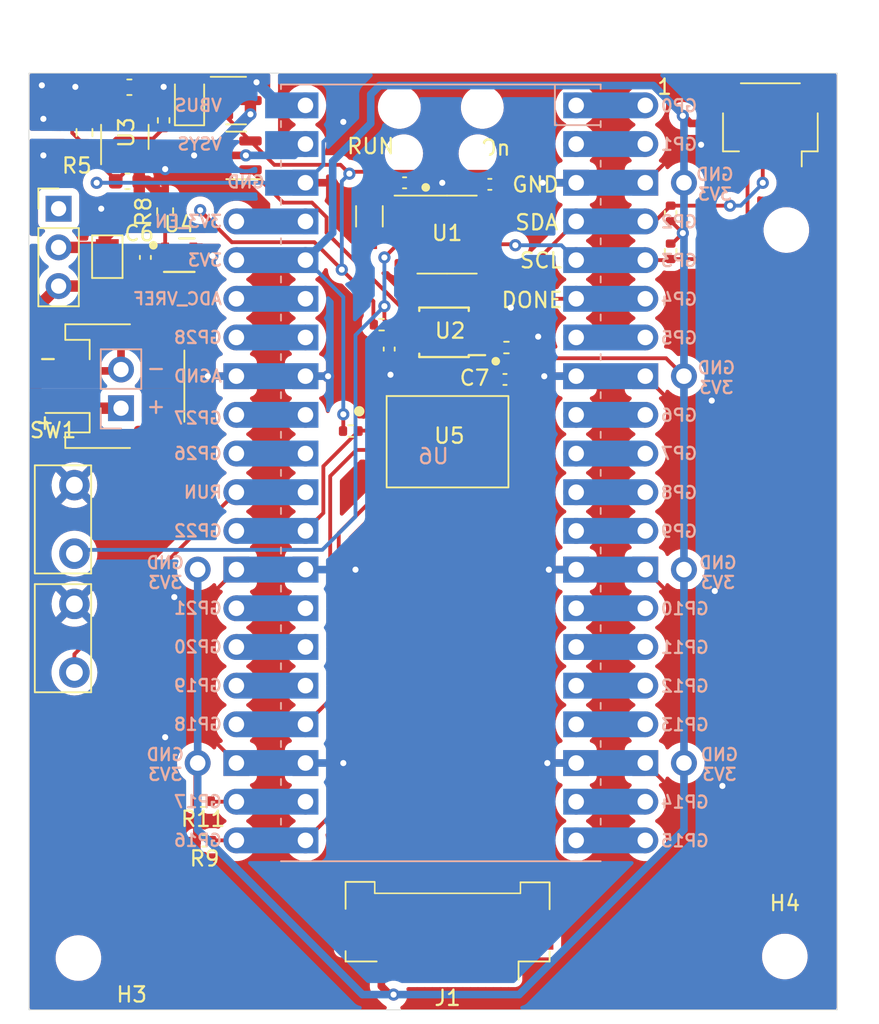
<source format=kicad_pcb>
(kicad_pcb (version 20221018) (generator pcbnew)
  (layers (0 "F.Cu" signal) (31 "B.Cu" signal) (34 "B.Paste" user) (35 "F.Paste" user) (36 "B.SilkS" user "B.Silkscreen") (37 "F.SilkS" user "F.Silkscreen") (38 "B.Mask" user) (39 "F.Mask" user) (44 "Edge.Cuts" user))
  (net 0 "")
  (net 1 "+BATT")
  (net 2 "GND")
  (net 3 "Net-(J7-Pin_1)")
  (net 4 "+3V3")
  (net 5 "VBUS")
  (net 6 "Net-(U4-VDD)")
  (net 7 "-BATT")
  (net 8 "GP13")
  (net 9 "GP12")
  (net 10 "Display_BUSY")
  (net 11 "GP15")
  (net 12 "SDA")
  (net 13 "SCL")
  (net 14 "GP14")
  (net 15 "GP11")
  (net 17 "Display_CS")
  (net 18 "Display_RST")
  (net 19 "Display_DC")
  (net 20 "MISO0")
  (net 21 "MOSI0")
  (net 22 "SCLK0")
  (net 23 "GP9")
  (net 24 "VSYS")
  (net 25 "VCC")
  (net 26 "~{PC_GATE}")
  (net 27 "GP4_DONE")
  (net 28 "~{INT}")
  (net 29 "Net-(U3-PROG)")
  (net 30 "SD_CS")
  (net 32 "RUN")
  (net 35 "TX")
  (net 36 "RX")
  (net 37 "GP5")
  (net 38 "GP6")
  (net 39 "GP7")
  (net 40 "GP8")
  (net 41 "GP10")
  (net 42 "GP27_ADC1")
  (net 43 "GP28_ADC2")
  (net 46 "Net-(U1-OSCI)")
  (net 47 "Net-(U1-OSCO)")
  (net 49 "Net-(U2-D)")
  (net 50 "Net-(D1-K)")
  (net 51 "Net-(U3-STAT)")
  (footprint "Capacitor_SMD:C_0402_1005Metric" (layer "F.Cu") (at 147.325 83 180)
    (fp_text reference "C3" hide)
    (fp_text value "22pF")
  )
  (footprint "Connector_JST:JST_SH_SM04B-SRSS-TB_1x04-1MP_P1.00mm_Horizontal" (layer "F.Cu") (at 171.35 79.15 180)
    (fp_text reference "J5" hide)
    (fp_text value "Stemma-QT_Qwicc")
  )
  (footprint "MountingHole:MountingHole_2.5mm" (layer "F.Cu") (at 172.3 133.8)
    (fp_text reference "H4")
    (fp_text value "MountingHole")
  )
  (footprint "Capacitor_SMD:C_0603_1608Metric" (layer "F.Cu") (at 129.25 76.725 180)
    (fp_text reference "C4" hide)
    (fp_text value "10µF")
  )
  (footprint "Capacitor_SMD:C_0402_1005Metric" (layer "F.Cu") (at 146.315 93.915 -90)
    (fp_text reference "C1" hide)
    (fp_text value "100nF")
  )
  (footprint "Resistor_SMD:R_0402_1005Metric" (layer "F.Cu") (at 164.8 87.5 90)
    (fp_text reference "R3" hide)
    (fp_text value "10K")
  )
  (footprint "Resistor_SMD:R_0402_1005Metric" (layer "F.Cu") (at 134.19 126.2 180)
    (fp_text reference "R9")
    (fp_text value "100K")
  )
  (footprint "MountingHole:MountingHole_2.5mm" (layer "F.Cu") (at 125.9 133.9)
    (fp_text reference "H3")
    (fp_text value "MountingHole")
  )
  (footprint "Crystal:Crystal_SMD_3215-2Pin_3.2x1.5mm" (layer "F.Cu") (at 145.015 85.2 -90)
    (fp_text reference "Y1" hide)
    (fp_text value "Crystal")
  )
  (footprint "Resistor_SMD:R_0402_1005Metric" (layer "F.Cu") (at 154.015 93.815 180)
    (fp_text reference "R1" hide)
    (fp_text value "100K")
  )
  (footprint "Package_TO_SOT_SMD:SOT-23" (layer "F.Cu") (at 136.2625 81.2 180)
    (fp_text reference "Q2" hide)
    (fp_text value "AO3401A")
  )
  (footprint "Connector_JST:JST_PH_S2B-PH-SM4-TB_1x02-1MP_P2.00mm_Horizontal" (layer "F.Cu") (at 128.35 96.35 90)
    (fp_text reference "J7" hide)
    (fp_text value "JST-PH2 Bat")
  )
  (footprint "user:SW_PUSH_1x_6mm" (layer "F.Cu") (at 125.6375 110.65)
    (fp_text reference "SW3" hide)
    (fp_text value "SW_RST")
  )
  (footprint "user:LGA8_8X6" (layer "F.Cu") (at 150.146422 99.905)
    (fp_text reference "U5")
    (fp_text value "XTSD")
  )
  (footprint "Resistor_SMD:R_0603_1608Metric" (layer "F.Cu") (at 131.6 84.9 90)
    (fp_text reference "R8")
    (fp_text value "1K")
  )
  (footprint "Resistor_SMD:R_0402_1005Metric" (layer "F.Cu") (at 134.09 123.6 180)
    (fp_text reference "R11")
    (fp_text value "10K")
  )
  (footprint "MountingHole:MountingHole_2.5mm" (layer "F.Cu") (at 172.4 86.1)
    (fp_text reference "H2" hide)
    (fp_text value "MountingHole")
  )
  (footprint "Capacitor_SMD:C_0603_1608Metric" (layer "F.Cu") (at 129.125 82.9)
    (fp_text reference "C5" hide)
    (fp_text value "10µF")
  )
  (footprint "Package_SO:TSSOP-8_3x3mm_P0.65mm" (layer "F.Cu") (at 149.915 92.815 180)
    (fp_text reference "U2")
    (fp_text value "74LVC2G74")
  )
  (footprint "Jumper:SolderJumper-2_P1.3mm_Bridged_Pad1.0x1.5mm" (layer "F.Cu") (at 127.8 87.85 90)
    (fp_text reference "JP3" hide)
    (fp_text value "SW_Enable")
  )
  (footprint "Resistor_SMD:R_0603_1608Metric" (layer "F.Cu") (at 126.3 79.7 -90)
    (fp_text reference "R5")
    (fp_text value "3KΩ")
  )
  (footprint "user:G-Shell-FPC_1x18_P0.50mm_Horizontal" (layer "F.Cu") (at 150.15 134.05 180)
    (fp_text reference "J1")
    (fp_text value "Conn_EYESPI")
  )
  (footprint "user:SW_PUSH_1x_6mm" (layer "F.Cu") (at 125.6375 102.85)
    (fp_text reference "SW1")
    (fp_text value "SW_ON")
  )
  (footprint "Resistor_SMD:R_0402_1005Metric" (layer "F.Cu") (at 145.815 92.315)
    (fp_text reference "R2" hide)
    (fp_text value "10K")
  )
  (footprint "Connector_PinHeader_2.54mm:PinHeader_1x03_P2.54mm_Vertical" (layer "F.Cu") (at 124.6 84.7)
    (fp_text reference "SW2" hide)
    (fp_text value "SW_ON")
  )
  (footprint "Capacitor_SMD:C_0402_1005Metric" (layer "F.Cu") (at 152.925 83.1 180)
    (fp_text reference "C2" hide)
    (fp_text value "100nF")
  )
  (footprint "Capacitor_SMD:C_0402_1005Metric" (layer "F.Cu") (at 153.92 95.91 180)
    (fp_text reference "C7")
    (fp_text value "100nF")
  )
  (footprint "LED_SMD:LED_0805_2012Metric" (layer "F.Cu") (at 133.2 77.5375 90)
    (fp_text reference "D1" hide)
    (fp_text value "LED_RED")
  )
  (footprint "Package_TO_SOT_SMD:SOT-23" (layer "F.Cu") (at 136.2625 77.6)
    (fp_text reference "Q1" hide)
    (fp_text value "AO3401A")
  )
  (footprint "Package_SO:SOIC-8_3.9x4.9mm_P1.27mm" (layer "F.Cu") (at 150.115 86.4)
    (fp_text reference "U1")
    (fp_text value "PCF8563T")
  )
  (footprint "user:DFN-2x2mm-0.75" (layer "F.Cu") (at 132.525 87.75)
    (fp_text reference "U4")
    (fp_text value "XB6166IS")
  )
  (footprint "Resistor_SMD:R_0402_1005Metric" (layer "F.Cu") (at 164.8 85.01 -90)
    (fp_text reference "R4" hide)
    (fp_text value "10K")
  )
  (footprint "Package_TO_SOT_SMD:SOT-23-5" (layer "F.Cu") (at 128.95 79.9875 90)
    (fp_text reference "U3")
    (fp_text value "MCP73831-2-OT")
  )
  (footprint "Resistor_SMD:R_0402_1005Metric" (layer "F.Cu") (at 131.5 78.9 90)
    (fp_text reference "R7" hide)
    (fp_text value "330Ω")
  )
  (footprint "Capacitor_SMD:C_0402_1005Metric" (layer "F.Cu") (at 130.3 87.9 -90)
    (fp_text reference "C6")
    (fp_text value "100nF")
  )
  (footprint "Resistor_SMD:R_0402_1005Metric" (layer "F.Cu") (at 143.79 99.3)
    (fp_text reference "R10" hide)
    (fp_text value "10K")
  )
  (footprint "Connector_PinHeader_2.54mm:PinHeader_1x02_P2.54mm_Vertical" (layer "B.Cu") (at 128.7 97.8)
    (fp_text reference "J9" hide)
    (fp_text value "Alt Bat" hide)
  )
  (footprint "user:RPi_Pico_SMD_TH_extended" (layer "B.Cu") (at 149.705 102.045 180)
    (fp_text reference "U6")
    (fp_text value "Pico")
  )
  (gr_circle (center 153.315 94.715) (end 153.315 94.491393) (stroke (width 0.12)) (fill solid) (layer "F.SilkS"))
  (gr_circle (center 148.715 83.3) (end 148.715 83.076393) (stroke (width 0.12)) (fill solid) (layer "F.SilkS"))
  (gr_rect (start 122.65 75.8) (end 175.75 137.3) (stroke (width 0.05)) (fill none) (layer "Edge.Cuts"))
  (gr_text "-" (at 131 95.3 180) (layer "B.SilkS") (effects (font (size 1 1)) (justify mirror)))
  (gr_text "+" (at 131 97.8 180) (layer "B.SilkS") (effects (font (size 1 1)) (justify mirror)))
  (gr_text "+" (at 123.7 98.7) (layer "F.SilkS") (effects (font (size 1 1))))
  (gr_text "SCL" (at 154.8 88.1) (layer "F.SilkS") (effects (font (size 1 1)) (justify left)))
  (gr_text "1" (at 164.4 76.7) (layer "F.SilkS") (effects (font (size 1 1))))
  (gr_text "-" (at 123.9 94.5) (layer "F.SilkS") (effects (font (size 1 1))))
  (gr_text "SDA" (at 154.5 85.6) (layer "F.SilkS") (effects (font (size 1 1)) (justify left)))
  (gr_text "DONE" (at 153.6 90.7) (layer "F.SilkS") (effects (font (size 1 1)) (justify left)))
  (gr_text "GND" (at 154.3 83.115) (layer "F.SilkS") (effects (font (size 1 1)) (justify left)))
  (gr_text "RUN" (at 145.1 80.6) (layer "F.SilkS") (effects (font (size 1 1))))
  (gr_text "On" (at 153.3 80.7) (layer "F.SilkS") (effects (font (size 1 1))))
  (segment (start 127.56 87.24) (end 127.6 87.2) (width 0.75) (layer "F.Cu") (net 1))
  (segment (start 129.9 82.9) (end 130.425 82.9) (width 0.75) (layer "F.Cu") (net 1))
  (segment (start 127.6 86.6) (end 129.9 84.3) (width 0.75) (layer "F.Cu") (net 1))
  (segment (start 137.2 77.6) (end 137.2 78.5) (width 0.75) (layer "F.Cu") (net 1))
  (segment (start 129.9 84.3) (end 129.9 82.9) (width 0.75) (layer "F.Cu") (net 1))
  (segment (start 129.9 81.125) (end 129.9 82.9) (width 0.75) (layer "F.Cu") (net 1))
  (segment (start 124.6 87.24) (end 127.56 87.24) (width 0.75) (layer "F.Cu") (net 1))
  (segment (start 130.425 82.9) (end 131.6 84.075) (width 0.75) (layer "F.Cu") (net 1))
  (segment (start 127.6 87.2) (end 127.6 86.6) (width 0.75) (layer "F.Cu") (net 1))
  (via (at 123.6 81.2) (size 0.8) (drill 0.4) (layers "F.Cu" "B.Cu") (net 1))
  (via (at 137.2 78.5) (size 0.8) (drill 0.4) (layers "F.Cu" "B.Cu") (net 1))
  (via (at 127.4 84.7) (size 0.8) (drill 0.4) (layers "F.Cu" "B.Cu") (net 1))
  (via (at 131.6 82.1) (size 0.8) (drill 0.4) (layers "F.Cu" "B.Cu") (net 1))
  (via (at 133.5 81.2) (size 0.8) (drill 0.4) (layers "F.Cu" "B.Cu") (net 1))
  (segment (start 134.5 81.2) (end 133.5 81.2) (width 0.75) (layer "B.Cu") (net 1))
  (segment (start 137.2 78.5) (end 134.5 81.2) (width 0.75) (layer "B.Cu") (net 1))
  (segment (start 134.1 88.4) (end 134.7 87.8) (width 0.25) (layer "F.Cu") (net 2))
  (segment (start 125.5 78.4) (end 127.175 76.725) (width 0.25) (layer "F.Cu") (net 2))
  (segment (start 136.275 95.695) (end 142.295 95.695) (width 0.25) (layer "F.Cu") (net 2))
  (segment (start 134.47 110.2) (end 132.2 110.2) (width 0.25) (layer "F.Cu") (net 2))
  (segment (start 147.805 83) (end 149.8 83) (width 0.25) (layer "F.Cu") (net 2))
  (segment (start 134.58 119.4) (end 131.6 119.4) (width 0.25) (layer "F.Cu") (net 2))
  (segment (start 125.5 79.725) (end 125.5 78.4) (width 0.25) (layer "F.Cu") (net 2))
  (segment (start 142.295 95.695) (end 142.3 95.7) (width 0.25) (layer "F.Cu") (net 2))
  (segment (start 126.3 80.525) (end 125.5 79.725) (width 0.25) (layer "F.Cu") (net 2))
  (segment (start 154.525 93.815) (end 155.385 93.815) (width 0.25) (layer "F.Cu") (net 2))
  (segment (start 146.315 94.395) (end 146.315 95.515) (width 0.25) (layer "F.Cu") (net 2))
  (segment (start 133.45 87.75) (end 134.65 87.75) (width 0.25) (layer "F.Cu") (net 2))
  (segment (start 164.74 97.3) (end 167.5 97.3) (width 0.25) (layer "F.Cu") (net 2))
  (segment (start 133.45 87.1) (end 133.45 87.75) (width 0.25) (layer "F.Cu") (net 2))
  (segment (start 152.065 91.84) (end 153.66 91.84) (width 0.25) (layer "F.Cu") (net 2))
  (segment (start 164.64 122.6) (end 168.2 122.6) (width 0.25) (layer "F.Cu") (net 2))
  (segment (start 153.66 91.84) (end 154.3 91.2) (width 0.25) (layer "F.Cu") (net 2))
  (segment (start 128.35 82.813408) (end 128.35 82.9) (width 0.25) (layer "F.Cu") (net 2))
  (segment (start 127.175 76.725) (end 128.475 76.725) (width 0.25) (layer "F.Cu") (net 2))
  (segment (start 134.65 87.75) (end 134.7 87.8) (width 0.25) (layer "F.Cu") (net 2))
  (segment (start 133.45 88.4) (end 134.1 88.4) (width 0.25) (layer "F.Cu") (net 2))
  (segment (start 133.45 87.1) (end 134 87.1) (width 0.25) (layer "F.Cu") (net 2))
  (segment (start 133.45 87.75) (end 133.45 88.4) (width 0.25) (layer "F.Cu") (net 2))
  (segment (start 136.275 108.395) (end 134.47 110.2) (width 0.25) (layer "F.Cu") (net 2))
  (segment (start 149.9 83.1) (end 152.445 83.1) (width 0.25) (layer "F.Cu") (net 2))
  (segment (start 134.405 95.695) (end 134.4 95.7) (width 0.25) (layer "F.Cu") (net 2))
  (segment (start 149.8 83) (end 149.9 83.1) (width 0.25) (layer "F.Cu") (net 2))
  (segment (start 163.135 108.395) (end 164.54 109.8) (width 0.25) (layer "F.Cu") (net 2))
  (segment (start 126.3 80.525) (end 126.3 80.763408) (width 0.25) (layer "F.Cu") (net 2))
  (segment (start 163.135 95.695) (end 164.74 97.3) (width 0.25) (layer "F.Cu") (net 2))
  (segment (start 126.3 80.763408) (end 128.35 82.813408) (width 0.25) (layer "F.Cu") (net 2))
  (segment (start 165.63 80.5) (end 166.8 80.5) (width 0.25) (layer "F.Cu") (net 2))
  (segment (start 128.95 82.3) (end 128.95 81.125) (width 0.25) (layer "F.Cu") (net 2))
  (segment (start 155.385 93.815) (end 156.1 93.1) (width 0.25) (layer "F.Cu") (net 2))
  (segment (start 163.135 121.095) (end 164.64 122.6) (width 0.25) (layer "F.Cu") (net 2))
  (segment (start 128.25 83) (end 128.35 82.9) (width 0.25) (layer "F.Cu") (net 2))
  (segment (start 128.35 82.9) (end 128.95 82.3) (width 0.25) (layer "F.Cu") (net 2))
  (segment (start 134 87.1) (end 134.7 87.8) (width 0.25) (layer "F.Cu") (net 2))
  (segment (start 163.135 82.995) (end 165.63 80.5) (width 0.25) (layer "F.Cu") (net 2))
  (segment (start 164.54 109.8) (end 167.7 109.8) (width 0.25) (layer "F.Cu") (net 2))
  (segment (start 127.1 83) (end 128.25 83) (width 0.25) (layer "F.Cu") (net 2))
  (segment (start 136.275 121.095) (end 134.58 119.4) (width 0.25) (layer "F.Cu") (net 2))
  (segment (start 146.315 95.515) (end 146.4 95.6) (width 0.25) (layer "F.Cu") (net 2))
  (via (at 134.7 87.8) (size 0.8) (drill 0.4) (layers "F.Cu" "B.Cu") (net 2))
  (via (at 142.3 95.7) (size 0.8) (drill 0.4) (layers "F.Cu" "B.Cu") (net 2))
  (via (at 143.3 121.1) (size 0.8) (drill 0.4) (layers "F.Cu" "B.Cu") (net 2))
  (via (at 132.2 110.2) (size 0.8) (drill 0.4) (layers "F.Cu" "B.Cu") (net 2))
  (via (at 156.1 93.1) (size 0.8) (drill 0.4) (layers "F.Cu" "B.Cu") (net 2))
  (via (at 167.7 109.8) (size 0.8) (drill 0.4) (layers "F.Cu" "B.Cu") (net 2))
  (via (at 146.4 95.6) (size 0.8) (drill 0.4) (layers "F.Cu" "B.Cu") (net 2))
  (via (at 168.2 122.6) (size 0.8) (drill 0.4) (layers "F.Cu" "B.Cu") (net 2))
  (via (at 144.1 108.4) (size 0.8) (drill 0.4) (layers "F.Cu" "B.Cu") (net 2))
  (via (at 143.3 79) (size 0.8) (drill 0.4) (layers "F.Cu" "B.Cu") (net 2))
  (via (at 154.3 91.2) (size 0.8) (drill 0.4) (layers "F.Cu" "B.Cu") (net 2))
  (via (at 167.5 97.3) (size 0.8) (drill 0.4) (layers "F.Cu" "B.Cu") (net 2))
  (via (at 166.8 80.5) (size 0.8) (drill 0.4) (layers "F.Cu" "B.Cu") (net 2))
  (via (at 134.4 95.7) (size 0.8) (drill 0.4) (layers "F.Cu" "B.Cu") (net 2))
  (via (at 127.1 83) (size 0.8) (drill 0.4) (layers "F.Cu" "B.Cu") (net 2))
  (via (at 156.8 108.4) (size 0.8) (drill 0.4) (layers "F.Cu" "B.Cu") (net 2))
  (via (at 156.5 95.7) (size 0.8) (drill 0.4) (layers "F.Cu" "B.Cu") (net 2))
  (via (at 149.8 83) (size 0.8) (drill 0.4) (layers "F.Cu" "B.Cu") (net 2))
  (via (at 156.7 121.1) (size 0.8) (drill 0.4) (layers "F.Cu" "B.Cu") (net 2))
  (via (at 131.6 119.4) (size 0.8) (drill 0.4) (layers "F.Cu" "B.Cu") (net 2))
  (via (at 156.4 83) (size 0.8) (drill 0.4) (layers "F.Cu" "B.Cu") (net 2))
  (segment (start 158.595 82.995) (end 156.405 82.995) (width 0.25) (layer "B.Cu") (net 2))
  (segment (start 134.405 95.695) (end 134.4 95.7) (width 0.25) (layer "B.Cu") (net 2))
  (segment (start 156.405 82.995) (end 156.4 83) (width 0.25) (layer "B.Cu") (net 2))
  (segment (start 140.815 82.995) (end 141.99 81.82) (width 0.25) (layer "B.Cu") (net 2))
  (segment (start 142.295 95.695) (end 142.3 95.7) (width 0.25) (layer "B.Cu") (net 2))
  (segment (start 140.815 121.095) (end 143.295 121.095) (width 0.25) (layer "B.Cu") (net 2))
  (segment (start 158.595 108.395) (end 156.805 108.395) (width 0.25) (layer "B.Cu") (net 2))
  (segment (start 141.99 80.31) (end 143.3 79) (width 0.25) (layer "B.Cu") (net 2))
  (segment (start 136.275 95.695) (end 134.405 95.695) (width 0.25) (layer "B.Cu") (net 2))
  (segment (start 158.595 95.695) (end 156.505 95.695) (width 0.25) (layer "B.Cu") (net 2))
  (segment (start 140.815 108.395) (end 144.095 108.395) (width 0.25) (layer "B.Cu") (net 2))
  (segment (start 158.595 121.095) (end 156.705 121.095) (width 0.25) (layer "B.Cu") (net 2))
  (segment (start 156.805 108.395) (end 156.8 108.4) (width 0.25) (layer "B.Cu") (net 2))
  (segment (start 156.705 121.095) (end 156.7 121.1) (width 0.25) (layer "B.Cu") (net 2))
  (segment (start 143.295 121.095) (end 143.3 121.1) (width 0.25) (layer "B.Cu") (net 2))
  (segment (start 140.815 95.695) (end 142.295 95.695) (width 0.25) (layer "B.Cu") (net 2))
  (segment (start 156.505 95.695) (end 156.5 95.7) (width 0.25) (layer "B.Cu") (net 2))
  (segment (start 140.815 82.995) (end 127.105 82.995) (width 0.25) (layer "B.Cu") (net 2))
  (segment (start 127.105 82.995) (end 127.1 83) (width 0.25) (layer "B.Cu") (net 2))
  (segment (start 141.99 81.82) (end 141.99 80.31) (width 0.25) (layer "B.Cu") (net 2))
  (segment (start 144.095 108.395) (end 144.1 108.4) (width 0.25) (layer "B.Cu") (net 2))
  (segment (start 125.25 97.35) (end 123.5 97.35) (width 0.75) (layer "F.Cu") (net 3))
  (segment (start 125.7 97.8) (end 125.25 97.35) (width 0.75) (layer "F.Cu") (net 3))
  (segment (start 124.6 89.78) (end 126.32 89.78) (width 0.75) (layer "F.Cu") (net 3))
  (segment (start 128.7 97.8) (end 125.7 97.8) (width 0.75) (layer "F.Cu") (net 3))
  (segment (start 126.32 89.78) (end 127.6 88.5) (width 0.75) (layer "F.Cu") (net 3))
  (segment (start 123.1 91.28) (end 124.6 89.78) (width 0.75) (layer "F.Cu") (net 3))
  (segment (start 123.5 97.35) (end 123.1 96.95) (width 0.75) (layer "F.Cu") (net 3))
  (segment (start 123.1 96.95) (end 123.1 91.28) (width 0.75) (layer "F.Cu") (net 3))
  (segment (start 146.35 136.3) (end 145.8 135.75) (width 0.5) (layer "F.Cu") (net 4))
  (segment (start 155.79 94.52) (end 164.5 94.52) (width 0.25) (layer "F.Cu") (net 4))
  (segment (start 145.8 135.75) (end 145.8 134.675) (width 0.5) (layer "F.Cu") (net 4))
  (segment (start 146.6 136.3) (end 146.35 136.3) (width 0.5) (layer "F.Cu") (net 4))
  (segment (start 154.4 97.746422) (end 154.146422 98) (width 0.25) (layer "F.Cu") (net 4))
  (segment (start 164.91 86.99) (end 165.6 86.3) (width 0.25) (layer "F.Cu") (net 4))
  (segment (start 143.3 98.2) (end 143.3 99.28) (width 0.25) (layer "F.Cu") (net 4))
  (segment (start 166.1 79.1) (end 165.6 78.6) (width 0.5) (layer "F.Cu") (net 4))
  (segment (start 164.8 85.52) (end 164.82 85.52) (width 0.25) (layer "F.Cu") (net 4))
  (segment (start 133.58 121.25) (end 133.735 121.095) (width 0.25) (layer "F.Cu") (net 4))
  (segment (start 164.8 86.99) (end 164.91 86.99) (width 0.25) (layer "F.Cu") (net 4))
  (segment (start 171.85 80.375001) (end 170.574999 79.1) (width 0.5) (layer "F.Cu") (net 4))
  (segment (start 164.82 85.52) (end 165.6 86.3) (width 0.25) (layer "F.Cu") (net 4))
  (segment (start 133.58 123.6) (end 133.58 121.25) (width 0.25) (layer "F.Cu") (net 4))
  (segment (start 154.4 95.91) (end 154.4 97.746422) (width 0.25) (layer "F.Cu") (net 4))
  (segment (start 171.85 81.15) (end 171.85 80.375001) (width 0.5) (layer "F.Cu") (net 4))
  (segment (start 170.574999 79.1) (end 166.1 79.1) (width 0.5) (layer "F.Cu") (net 4))
  (segment (start 164.5 94.52) (end 165.675 95.695) (width 0.25) (layer "F.Cu") (net 4))
  (segment (start 143.3 99.28) (end 143.28 99.3) (width 0.5) (layer "F.Cu") (net 4))
  (segment (start 154.4 95.91) (end 155.79 94.52) (width 0.25) (layer "F.Cu") (net 4))
  (via (at 143.3 98.2) (size 0.8) (drill 0.4) (layers "F.Cu" "B.Cu") (net 4))
  (via (at 165.6 78.6) (size 0.8) (drill 0.4) (layers "F.Cu" "B.Cu") (net 4))
  (via (at 146.6 136.3) (size 0.8) (drill 0.4) (layers "F.Cu" "B.Cu") (net 4))
  (via (at 165.6 86.3) (size 0.8) (drill 0.4) (layers "F.Cu" "B.Cu") (net 4))
  (segment (start 163.673478 76.615) (end 145.685 76.615) (width 0.5) (layer "B.Cu") (net 4))
  (segment (start 154.848478 136.3) (end 146.6 136.3) (width 0.5) (layer "B.Cu") (net 4))
  (segment (start 165.675 95.695) (end 165.675 108.395) (width 0.5) (layer "B.Cu") (net 4))
  (segment (start 165.675 82.995) (end 165.675 86.225) (width 0.5) (layer "B.Cu") (net 4))
  (segment (start 140.875 88.075) (end 143.3 90.5) (width 0.25) (layer "B.Cu") (net 4))
  (segment (start 165.675 82.995) (end 165.675 78.616522) (width 0.5) (layer "B.Cu") (net 4))
  (segment (start 165.675 78.616522) (end 165.658478 78.6) (width 0.5) (layer "B.Cu") (net 4))
  (segment (start 144.561522 136.3) (end 133.735 125.473478) (width 0.5) (layer "B.Cu") (net 4))
  (segment (start 140.815 88.075) (end 140.875 88.075) (width 0.25) (layer "B.Cu") (net 4))
  (segment (start 133.735 121.095) (end 133.735 108.395) (width 0.5) (layer "B.Cu") (net 4))
  (segment (start 145.1 77.2) (end 145.1 79.1) (width 0.5) (layer "B.Cu") (net 4))
  (segment (start 146.6 136.3) (end 144.561522 136.3) (width 0.5) (layer "B.Cu") (net 4))
  (segment (start 142.6 86.29) (end 140.815 88.075) (width 0.5) (layer "B.Cu") (net 4))
  (segment (start 145.1 79.1) (end 142.6 81.6) (width 0.5) (layer "B.Cu") (net 4))
  (segment (start 165.675 121.095) (end 165.675 125.473478) (width 0.5) (layer "B.Cu") (net 4))
  (segment (start 165.675 86.375) (end 165.675 95.695) (width 0.5) (layer "B.Cu") (net 4))
  (segment (start 133.735 125.473478) (end 133.735 121.095) (width 0.5) (layer "B.Cu") (net 4))
  (segment (start 165.675 108.395) (end 165.675 121.095) (width 0.5) (layer "B.Cu") (net 4))
  (segment (start 165.675 125.473478) (end 154.848478 136.3) (width 0.5) (layer "B.Cu") (net 4))
  (segment (start 142.6 81.6) (end 142.6 86.29) (width 0.5) (layer "B.Cu") (net 4))
  (segment (start 165.6 86.3) (end 165.675 86.375) (width 0.5) (layer "B.Cu") (net 4))
  (segment (start 145.685 76.615) (end 145.1 77.2) (width 0.5) (layer "B.Cu") (net 4))
  (segment (start 143.3 90.5) (end 143.3 98.2) (width 0.25) (layer "B.Cu") (net 4))
  (segment (start 165.6 78.6) (end 165.6 78.541522) (width 0.5) (layer "B.Cu") (net 4))
  (segment (start 165.675 86.225) (end 165.6 86.3) (width 0.5) (layer "B.Cu") (net 4))
  (segment (start 165.658478 78.6) (end 165.6 78.6) (width 0.5) (layer "B.Cu") (net 4))
  (segment (start 165.6 78.541522) (end 163.673478 76.615) (width 0.5) (layer "B.Cu") (net 4))
  (segment (start 131.5 76.7) (end 130.05 76.7) (width 0.75) (layer "F.Cu") (net 5))
  (segment (start 130.05 76.7) (end 130.025 76.725) (width 0.75) (layer "F.Cu") (net 5))
  (segment (start 133.075 76.725) (end 133.2 76.6) (width 0.25) (layer "F.Cu") (net 5))
  (segment (start 129.9 76.85) (end 130.025 76.725) (width 0.75) (layer "F.Cu") (net 5))
  (segment (start 140.78 77.95) (end 140.815 77.915) (width 0.25) (layer "F.Cu") (net 5))
  (segment (start 133.2 76.6) (end 131.6 76.6) (width 0.75) (layer "F.Cu") (net 5))
  (segment (start 131.6 76.6) (end 131.5 76.7) (width 0.75) (layer "F.Cu") (net 5))
  (segment (start 129.9 78.85) (end 129.9 76.85) (width 0.75) (layer "F.Cu") (net 5))
  (via (at 123.5 76.6) (size 0.8) (drill 0.4) (layers "F.Cu" "B.Cu") (net 5))
  (via (at 131.5 76.7) (size 0.8) (drill 0.4) (layers "F.Cu" "B.Cu") (net 5))
  (via (at 137.6 76.4) (size 0.8) (drill 0.4) (layers "F.Cu" "B.Cu") (net 5))
  (via (at 123.6 78.8) (size 0.8) (drill 0.4) (layers "F.Cu" "B.Cu") (net 5))
  (via (at 125.7 76.7) (size 0.8) (drill 0.4) (layers "F.Cu" "B.Cu") (net 5))
  (segment (start 140.815 77.915) (end 139.115 77.915) (width 0.75) (layer "B.Cu") (net 5))
  (segment (start 137.6 76.4) (end 138.915 77.715) (width 0.75) (layer "B.Cu") (net 5))
  (segment (start 130.3 87.42) (end 130.62 87.1) (width 0.25) (layer "F.Cu") (net 6))
  (segment (start 130.62 87.1) (end 131.6 87.1) (width 0.25) (layer "F.Cu") (net 6))
  (segment (start 131.6 87.1) (end 131.6 85.725) (width 0.25) (layer "F.Cu") (net 6))
  (segment (start 131.6 88.4) (end 131.6 87.75) (width 0.5) (layer "F.Cu") (net 7))
  (segment (start 128.61 95.35) (end 128.7 95.26) (width 0.25) (layer "F.Cu") (net 7))
  (segment (start 131.6 87.75) (end 132.525 87.75) (width 0.25) (layer "F.Cu") (net 7))
  (segment (start 128.7 95.26) (end 128.7 89.98) (width 0.5) (layer "F.Cu") (net 7))
  (segment (start 125.25 95.35) (end 128.61 95.35) (width 0.5) (layer "F.Cu") (net 7))
  (segment (start 130.32 88.4) (end 130.3 88.38) (width 0.25) (layer "F.Cu") (net 7))
  (segment (start 128.7 89.98) (end 130.3 88.38) (width 0.5) (layer "F.Cu") (net 7))
  (segment (start 131.6 88.4) (end 130.32 88.4) (width 0.5) (layer "F.Cu") (net 7))
  (segment (start 170.85 83) (end 170.85 81.15) (width 0.25) (layer "F.Cu") (net 12))
  (segment (start 163.765 85.535) (end 164.8 84.5) (width 0.25) (layer "F.Cu") (net 12))
  (segment (start 164.8 84.5) (end 168.7 84.5) (width 0.25) (layer "F.Cu") (net 12))
  (segment (start 152.59 88.305) (end 155.825 88.305) (width 0.25) (layer "F.Cu") (net 12))
  (segment (start 155.825 88.305) (end 158.595 85.535) (width 0.25) (layer "F.Cu") (net 12))
  (segment (start 163.135 85.535) (end 163.765 85.535) (width 0.25) (layer "F.Cu") (net 12))
  (via (at 170.85 83) (size 0.8) (drill 0.4) (layers "F.Cu" "B.Cu") (net 12))
  (via (at 168.7 84.5) (size 0.8) (drill 0.4) (layers "F.Cu" "B.Cu") (net 12))
  (segment (start 168.7 84.5) (end 169.4 84.5) (width 0.25) (layer "B.Cu") (net 12))
  (segment (start 169.4 84.5) (end 170.85 83.05) (width 0.25) (layer "B.Cu") (net 12))
  (segment (start 170.85 83.05) (end 170.85 83) (width 0.25) (layer "B.Cu") (net 12))
  (segment (start 152.59 87.035) (end 154.535 87.035) (width 0.25) (layer "F.Cu") (net 13))
  (segment (start 164.735 88.075) (end 164.8 88.01) (width 0.25) (layer "F.Cu") (net 13))
  (segment (start 154.535 87.035) (end 154.6 87.1) (width 0.25) (layer "F.Cu") (net 13))
  (segment (start 164.8 88.01) (end 167.59 88.01) (width 0.25) (layer "F.Cu") (net 13))
  (segment (start 169.85 85.75) (end 169.85 81.15) (width 0.25) (layer "F.Cu") (net 13))
  (segment (start 163.135 88.075) (end 164.735 88.075) (width 0.25) (layer "F.Cu") (net 13))
  (segment (start 167.59 88.01) (end 169.85 85.75) (width 0.25) (layer "F.Cu") (net 13))
  (via (at 154.6 87.1) (size 0.8) (drill 0.4) (layers "F.Cu" "B.Cu") (net 13))
  (segment (start 157.62 87.1) (end 158.595 88.075) (width 0.25) (layer "B.Cu") (net 13))
  (segment (start 154.6 87.1) (end 157.62 87.1) (width 0.25) (layer "B.Cu") (net 13))
  (segment (start 134.635 123.635) (end 134.6 123.6) (width 0.25) (layer "F.Cu") (net 17))
  (segment (start 136.275 123.635) (end 134.635 123.635) (width 0.25) (layer "F.Cu") (net 17))
  (segment (start 143 117.006396) (end 142.3 117.706396) (width 0.25) (layer "F.Cu") (net 20))
  (segment (start 154.146422 100.54) (end 153.540422 100.54) (width 0.25) (layer "F.Cu") (net 20))
  (segment (start 153.540422 100.54) (end 150.780422 103.3) (width 0.25) (layer "F.Cu") (net 20))
  (segment (start 142.3 117.706396) (end 142.3 124.69) (width 0.25) (layer "F.Cu") (net 20))
  (segment (start 143 106) (end 143 117.006396) (width 0.25) (layer "F.Cu") (net 20))
  (segment (start 145.7 103.3) (end 143 106) (width 0.25) (layer "F.Cu") (net 20))
  (segment (start 150.780422 103.3) (end 145.7 103.3) (width 0.25) (layer "F.Cu") (net 20))
  (segment (start 136.275 126.175) (end 134.725 126.175) (width 0.25) (layer "F.Cu") (net 20))
  (segment (start 142.3 124.69) (end 140.815 126.175) (width 0.25) (layer "F.Cu") (net 20))
  (segment (start 134.725 126.175) (end 134.7 126.2) (width 0.25) (layer "F.Cu") (net 20))
  (segment (start 142.44 102.26) (end 144.16 100.54) (width 0.25) (layer "F.Cu") (net 22))
  (segment (start 144.16 100.54) (end 146.146422 100.54) (width 0.25) (layer "F.Cu") (net 22))
  (segment (start 142.44 116.93) (end 142.44 102.26) (width 0.25) (layer "F.Cu") (net 22))
  (segment (start 140.815 118.555) (end 142.44 116.93) (width 0.25) (layer "F.Cu") (net 22))
  (segment (start 136.9 81.2) (end 135.325 81.2) (width 0.5) (layer "F.Cu") (net 24))
  (via (at 136.9 81.2) (size 0.8) (drill 0.4) (layers "F.Cu" "B.Cu") (net 24))
  (segment (start 136.785 81.2) (end 140.07 81.2) (width 0.5) (layer "B.Cu") (net 24))
  (segment (start 140.07 81.2) (end 140.815 80.455) (width 0.5) (layer "B.Cu") (net 24))
  (segment (start 147.765 93.14) (end 147.765 93.79) (width 0.25) (layer "F.Cu") (net 25))
  (segment (start 147.765 93.14) (end 146.61 93.14) (width 0.25) (layer "F.Cu") (net 25))
  (segment (start 143.825 82.275) (end 152.889999 82.275) (width 0.25) (layer "F.Cu") (net 25))
  (segment (start 153.405 82.790001) (end 153.405 83.1) (width 0.25) (layer "F.Cu") (net 25))
  (segment (start 145.305 92.425) (end 146.315 93.435) (width 0.25) (layer "F.Cu") (net 25))
  (segment (start 146.61 93.14) (end 146.315 93.435) (width 0.25) (layer "F.Cu") (net 25))
  (segment (start 138.77 81.82) (end 137.2 80.25) (width 0.25) (layer "F.Cu") (net 25))
  (segment (start 141.4 86.9) (end 143.2 88.7) (width 0.25) (layer "F.Cu") (net 25))
  (segment (start 143.7 82.4) (end 143.12 81.82) (width 0.25) (layer "F.Cu") (net 25))
  (segment (start 143.12 81.82) (end 138.77 81.82) (width 0.25) (layer "F.Cu") (net 25))
  (segment (start 153.405 83.68) (end 152.59 84.495) (width 0.25) (layer "F.Cu") (net 25))
  (segment (start 145.275 90.775) (end 145.275 92.285) (width 0.25) (layer "F.Cu") (net 25))
  (segment (start 137.2 80.25) (end 135.5 78.55) (width 0.25) (layer "F.Cu") (net 25))
  (segment (start 143.7 82.4) (end 143.825 82.275) (width 0.25) (layer "F.Cu") (net 25))
  (segment (start 152.889999 82.275) (end 153.405 82.790001) (width 0.25) (layer "F.Cu") (net 25))
  (segment (start 133.9 84.821701) (end 133.9 84.821701) (width 0.25) (layer "F.Cu") (net 25))
  (segment (start 143.2 88.7) (end 145.275 90.775) (width 0.25) (layer "F.Cu") (net 25))
  (segment (start 133.9 84.821701) (end 133.9 84.8) (width 0.25) (layer "F.Cu") (net 25))
  (segment (start 133.878299 84.8) (end 135.978299 86.9) (width 0.25) (layer "F.Cu") (net 25))
  (segment (start 133.9 84.8) (end 133.878299 84.8) (width 0.25) (layer "F.Cu") (net 25))
  (segment (start 145.275 92.285) (end 145.305 92.315) (width 0.25) (layer "F.Cu") (net 25))
  (segment (start 153.405 83.1) (end 153.405 83.68) (width 0.25) (layer "F.Cu") (net 25))
  (segment (start 135.978299 86.9) (end 141.4 86.9) (width 0.25) (layer "F.Cu") (net 25))
  (segment (start 145.305 92.315) (end 145.305 92.425) (width 0.25) (layer "F.Cu") (net 25))
  (via (at 143.7 82.4) (size 0.8) (drill 0.4) (layers "F.Cu" "B.Cu") (net 25))
  (via (at 143.2 88.7) (size 0.8) (drill 0.4) (layers "F.Cu" "B.Cu") (net 25))
  (via (at 133.9 84.8) (size 0.8) (drill 0.4) (layers "F.Cu" "B.Cu") (net 25))
  (segment (start 143.2 88.7) (end 143.2 82.9) (width 0.25) (layer "B.Cu") (net 25))
  (segment (start 143.2 82.9) (end 143.7 82.4) (width 0.25) (layer "B.Cu") (net 25))
  (segment (start 141.241701 84.3) (end 139.35 84.3) (width 0.25) (layer "F.Cu") (net 26))
  (segment (start 142.2 86.275) (end 142.2 85.258299) (width 0.25) (layer "F.Cu") (net 26))
  (segment (start 142.2 86.275) (end 147.765 91.84) (width 0.25) (layer "F.Cu") (net 26))
  (segment (start 139.35 84.3) (end 137.2 82.15) (width 0.25) (layer "F.Cu") (net 26))
  (segment (start 142.2 85.258299) (end 141.241701 84.3) (width 0.25) (layer "F.Cu") (net 26))
  (segment (start 152.065 93.79) (end 153.48 93.79) (width 0.25) (layer "F.Cu") (net 27))
  (segment (start 153.515 93.815) (end 156.715 90.615) (width 0.25) (layer "F.Cu") (net 27))
  (segment (start 153.48 93.79) (end 153.505 93.815) (width 0.25) (layer "F.Cu") (net 27))
  (segment (start 156.715 90.615) (end 158.595 90.615) (width 0.25) (layer "F.Cu") (net 27))
  (segment (start 153.505 93.815) (end 153.515 93.815) (width 0.25) (layer "F.Cu") (net 27))
  (segment (start 146 91.99) (end 146.325 92.315) (width 0.25) (layer "F.Cu") (net 28))
  (segment (start 147.64 87.035) (end 146.865 87.035) (width 0.25) (layer "F.Cu") (net 28))
  (segment (start 146 91.1) (end 146 91.99) (width 0.25) (layer "F.Cu") (net 28))
  (segment (start 147.765 92.49) (end 146.5 92.49) (width 0.25) (layer "F.Cu") (net 28))
  (segment (start 146.5 92.49) (end 146.325 92.315) (width 0.25) (layer "F.Cu") (net 28))
  (segment (start 146.865 87.035) (end 146 87.9) (width 0.25) (layer "F.Cu") (net 28))
  (via (at 146 91.1) (size 0.8) (drill 0.4) (layers "F.Cu" "B.Cu") (net 28))
  (via (at 146 87.9) (size 0.8) (drill 0.4) (layers "F.Cu" "B.Cu") (net 28))
  (segment (start 146 91.1) (end 146 87.9) (width 0.25) (layer "B.Cu") (net 28))
  (segment (start 125.8875 107.1) (end 125.6375 107.35) (width 0.25) (layer "B.Cu") (net 28))
  (segment (start 141.92 107.1) (end 125.8875 107.1) (width 0.25) (layer "B.Cu") (net 28))
  (segment (start 146 91.1) (end 144.1 93) (width 0.25) (layer "B.Cu") (net 28))
  (segment (start 144.1 93) (end 144.1 104.92) (width 0.25) (layer "B.Cu") (net 28))
  (segment (start 144.1 104.92) (end 141.92 107.1) (width 0.25) (layer "B.Cu") (net 28))
  (segment (start 126.325 78.85) (end 126.3 78.875) (width 0.25) (layer "F.Cu") (net 29))
  (segment (start 128 78.85) (end 126.325 78.85) (width 0.25) (layer "F.Cu") (net 29))
  (segment (start 144.33 99.27) (end 144.3 99.3) (width 0.25) (layer "F.Cu") (net 30))
  (segment (start 144.3 99.3) (end 141.99 101.61) (width 0.25) (layer "F.Cu") (net 30))
  (segment (start 141.99 101.61) (end 141.99 104.68) (width 0.25) (layer "F.Cu") (net 30))
  (segment (start 146.146422 99.27) (end 144.33 99.27) (width 0.25) (layer "F.Cu") (net 30))
  (segment (start 141.99 104.68) (end 140.815 105.855) (width 0.25) (layer "F.Cu") (net 30))
  (segment (start 125.6375 115.15) (end 125.6375 113.9525) (width 0.25) (layer "F.Cu") (net 32))
  (segment (start 125.6375 113.9525) (end 136.275 103.315) (width 0.25) (layer "F.Cu") (net 32))
  (segment (start 147.64 84.495) (end 145.56 84.495) (width 0.25) (layer "F.Cu") (net 46))
  (segment (start 146.845 83.7) (end 146.845 83) (width 0.25) (layer "F.Cu") (net 46))
  (segment (start 147.64 84.495) (end 146.845 83.7) (width 0.25) (layer "F.Cu") (net 46))
  (segment (start 147.64 85.765) (end 145.7 85.765) (width 0.25) (layer "F.Cu") (net 47))
  (segment (start 145.7 85.765) (end 145.015 86.45) (width 0.25) (layer "F.Cu") (net 47))
  (segment (start 152.065 92.49) (end 152.065 93.14) (width 0.25) (layer "F.Cu") (net 49))
  (segment (start 131.5 78.39) (end 133.115 78.39) (width 0.25) (layer "F.Cu") (net 50))
  (segment (start 133.115 78.39) (end 133.2 78.475) (width 0.25) (layer "F.Cu") (net 50))
  (segment (start 130.81 80.1) (end 131.5 79.41) (width 0.25) (layer "F.Cu") (net 51))
  (segment (start 128 80.462501) (end 128.362501 80.1) (width 0.25) (layer "F.Cu") (net 51))
  (segment (start 128.362501 80.1) (end 130.81 80.1) (width 0.25) (layer "F.Cu") (net 51))
  (segment (start 128 81.125) (end 128 80.462501) (width 0.25) (layer "F.Cu") (net 51))
  (zone (net 1) (net_name "+BATT") (layers "F&B.Cu") (priority 3) (connect_pads (clearance 0.508)) (min_thickness 0.25) (fill yes (thermal_gap 0.5) (thermal_bridge_width 0.5))
    (polygon (pts (xy 138.5 80.2) (xy 138.5 86.3) (xy 129 86.3) (xy 129 86.8) (xy 122.7 86.8) (xy 122.7 80.1)))
  )
  (zone (net 2) (net_name "GND") (layers "F&B.Cu") (priority 4) (connect_pads (clearance 0.508)) (min_thickness 0.25) (fill yes (thermal_gap 0.5) (thermal_bridge_width 0.5))
    (polygon (pts (xy 135.8 96.5) (xy 122.7 96.5) (xy 122.7 87) (xy 135.8 87)))
  )
  (zone (net 5) (net_name "VBUS") (layers "F&B.Cu") (priority 2) (connect_pads (clearance 0.508)) (min_thickness 0.25) (fill yes (thermal_gap 0.5) (thermal_bridge_width 0.5))
    (polygon (pts (xy 122.7 75.8) (xy 138.5 75.8) (xy 138.5 80) (xy 122.7 80)))
  )
  (zone (net 2) (net_name "GND") (layers "F&B.Cu") (priority 1) (connect_pads (clearance 0.508)) (min_thickness 0.25) (fill yes (thermal_gap 0.5) (thermal_bridge_width 0.5))
    (polygon (pts (xy 175.7 75.8) (xy 175.7 137.3) (xy 122.7 137.3) (xy 122.7 96.5) (xy 135.8 96.5) (xy 135.8 84.5) (xy 138.7 84.5) (xy 138.7 75.8)))
  )
)
</source>
